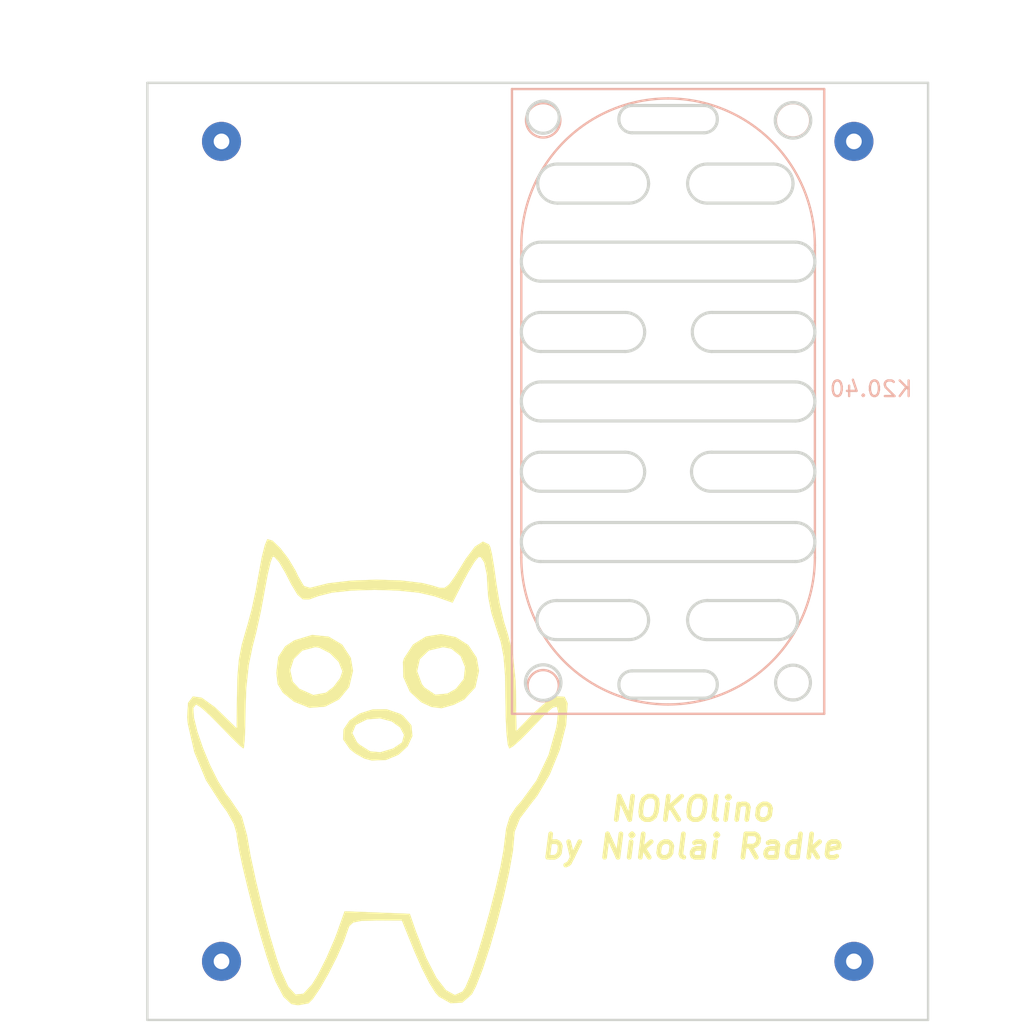
<source format=kicad_pcb>
(kicad_pcb (version 4) (host pcbnew 4.0.7-e2-6376~61~ubuntu18.04.1)

  (general
    (links 0)
    (no_connects 0)
    (area 99.924999 49.924999 150.075001 110.075001)
    (thickness 1.6)
    (drawings 90)
    (tracks 0)
    (zones 0)
    (modules 6)
    (nets 1)
  )

  (page A4)
  (layers
    (0 F.Cu signal)
    (31 B.Cu signal)
    (32 B.Adhes user)
    (33 F.Adhes user)
    (34 B.Paste user)
    (35 F.Paste user)
    (36 B.SilkS user)
    (37 F.SilkS user)
    (38 B.Mask user)
    (39 F.Mask user)
    (40 Dwgs.User user)
    (41 Cmts.User user)
    (42 Eco1.User user)
    (43 Eco2.User user)
    (44 Edge.Cuts user)
    (45 Margin user)
    (46 B.CrtYd user)
    (47 F.CrtYd user)
    (48 B.Fab user)
    (49 F.Fab user)
  )

  (setup
    (last_trace_width 0.25)
    (trace_clearance 0.2)
    (zone_clearance 0.508)
    (zone_45_only no)
    (trace_min 0.2)
    (segment_width 0.2)
    (edge_width 0.2)
    (via_size 0.6)
    (via_drill 0.4)
    (via_min_size 0.4)
    (via_min_drill 0.3)
    (uvia_size 0.3)
    (uvia_drill 0.1)
    (uvias_allowed no)
    (uvia_min_size 0.2)
    (uvia_min_drill 0.1)
    (pcb_text_width 0.3)
    (pcb_text_size 1.5 1.5)
    (mod_edge_width 0.15)
    (mod_text_size 1 1)
    (mod_text_width 0.15)
    (pad_size 1.524 1.524)
    (pad_drill 0.762)
    (pad_to_mask_clearance 0.2)
    (aux_axis_origin 0 0)
    (visible_elements FFFFFF7F)
    (pcbplotparams
      (layerselection 0x010fc_80000001)
      (usegerberextensions false)
      (excludeedgelayer true)
      (linewidth 0.100000)
      (plotframeref false)
      (viasonmask false)
      (mode 1)
      (useauxorigin false)
      (hpglpennumber 1)
      (hpglpenspeed 20)
      (hpglpendiameter 15)
      (hpglpenoverlay 2)
      (psnegative false)
      (psa4output false)
      (plotreference true)
      (plotvalue true)
      (plotinvisibletext false)
      (padsonsilk false)
      (subtractmaskfromsilk false)
      (outputformat 1)
      (mirror false)
      (drillshape 0)
      (scaleselection 1)
      (outputdirectory GERBERS/))
  )

  (net 0 "")

  (net_class Default "Dies ist die voreingestellte Netzklasse."
    (clearance 0.2)
    (trace_width 0.25)
    (via_dia 0.6)
    (via_drill 0.4)
    (uvia_dia 0.3)
    (uvia_drill 0.1)
  )

  (module NOKOlino:NOKOlino_logo (layer F.Cu) (tedit 0) (tstamp 5A6E2683)
    (at 114.75 93.75)
    (fp_text reference G*** (at 0 0) (layer F.SilkS) hide
      (effects (font (thickness 0.3)))
    )
    (fp_text value LOGO (at 0.75 0) (layer F.SilkS) hide
      (effects (font (thickness 0.3)))
    )
    (fp_poly (pts (xy -6.73186 -14.436852) (xy -6.249074 -13.976677) (xy -5.717834 -13.287127) (xy -5.248515 -12.501568)
      (xy -5.089436 -12.158334) (xy -4.723347 -11.532404) (xy -4.326186 -11.412787) (xy -4.269827 -11.431093)
      (xy -3.169203 -11.707486) (xy -1.709045 -11.87783) (xy -0.084807 -11.938967) (xy 1.508059 -11.887742)
      (xy 2.874098 -11.720996) (xy 3.525017 -11.556994) (xy 3.963446 -11.417037) (xy 4.278706 -11.413262)
      (xy 4.571805 -11.627194) (xy 4.943753 -12.140359) (xy 5.495559 -13.034281) (xy 5.630623 -13.256449)
      (xy 6.230801 -14.056675) (xy 6.744368 -14.377466) (xy 7.125876 -14.197045) (xy 7.217698 -14.01696)
      (xy 7.323643 -13.559633) (xy 7.462493 -12.722684) (xy 7.604017 -11.688626) (xy 7.806952 -10.459647)
      (xy 8.088691 -9.247201) (xy 8.334137 -8.466667) (xy 8.660553 -7.177397) (xy 8.833922 -5.454069)
      (xy 8.856183 -4.72384) (xy 8.89 -2.251013) (xy 9.969553 -3.383284) (xy 10.79018 -4.108425)
      (xy 11.483094 -4.468398) (xy 11.969394 -4.440302) (xy 12.168993 -4.021667) (xy 12.071143 -2.632951)
      (xy 11.663178 -1.042584) (xy 11.020826 0.539114) (xy 10.219817 1.90182) (xy 9.883802 2.325062)
      (xy 9.105879 3.356909) (xy 8.770774 4.2068) (xy 8.748888 4.469856) (xy 8.66204 5.435384)
      (xy 8.426038 6.766815) (xy 8.077695 8.326632) (xy 7.653823 9.977319) (xy 7.191234 11.581359)
      (xy 6.726743 13.001235) (xy 6.29716 14.099432) (xy 6.035747 14.605) (xy 5.424822 15.135911)
      (xy 4.673138 15.184876) (xy 3.924345 14.757505) (xy 3.703172 14.513928) (xy 3.310576 13.886787)
      (xy 2.825528 12.934102) (xy 2.351602 11.85964) (xy 2.342133 11.836295) (xy 1.552222 9.884733)
      (xy -0.096978 9.881255) (xy -1.044602 9.905554) (xy -1.572599 10.014056) (xy -1.824478 10.252546)
      (xy -1.897288 10.455628) (xy -2.177578 11.258118) (xy -2.622189 12.253095) (xy -3.152123 13.292669)
      (xy -3.688381 14.228951) (xy -4.151965 14.914052) (xy -4.423777 15.185363) (xy -5.099524 15.311452)
      (xy -5.526346 15.233333) (xy -6.026189 14.774223) (xy -6.548008 13.781867) (xy -6.754702 13.253411)
      (xy -7.112103 12.182639) (xy -7.512712 10.837943) (xy -7.923879 9.347438) (xy -8.312952 7.839238)
      (xy -8.647281 6.441458) (xy -8.894215 5.282213) (xy -9.021103 4.489617) (xy -9.031112 4.321278)
      (xy -9.205339 3.71584) (xy -9.652226 2.917088) (xy -10.030759 2.402835) (xy -10.999621 0.893635)
      (xy -11.74325 -0.902269) (xy -12.158134 -2.720416) (xy -12.197415 -3.132652) (xy -12.162504 -3.719623)
      (xy -11.808507 -3.719623) (xy -11.76594 -3.101367) (xy -11.545375 -2.210653) (xy -11.187733 -1.161794)
      (xy -10.733934 -0.069101) (xy -10.224899 0.953115) (xy -9.701548 1.790541) (xy -9.475787 2.072696)
      (xy -8.699099 3.223702) (xy -8.359741 4.45722) (xy -8.140494 5.736448) (xy -7.792263 7.357621)
      (xy -7.363532 9.126865) (xy -6.902789 10.850304) (xy -6.458516 12.334064) (xy -6.208216 13.06035)
      (xy -5.72565 14.120168) (xy -5.255824 14.622569) (xy -4.761331 14.572346) (xy -4.204764 13.974295)
      (xy -3.831333 13.365007) (xy -3.276517 12.265183) (xy -2.756267 11.065367) (xy -2.608304 10.673285)
      (xy -2.117755 9.292111) (xy -0.028067 9.373278) (xy 2.061621 9.454444) (xy 2.441629 10.554606)
      (xy 3.11126 12.278194) (xy 3.765513 13.551252) (xy 4.383849 14.350487) (xy 4.945728 14.65261)
      (xy 5.430611 14.434328) (xy 5.619324 14.158048) (xy 5.932121 13.417267) (xy 6.321862 12.266718)
      (xy 6.749639 10.849058) (xy 7.176541 9.306947) (xy 7.563658 7.783041) (xy 7.872079 6.419999)
      (xy 8.062894 5.36048) (xy 8.095376 5.08) (xy 8.229334 3.991149) (xy 8.456158 3.246426)
      (xy 8.861316 2.625559) (xy 9.190466 2.257778) (xy 10.164508 0.927188) (xy 10.949505 -0.727084)
      (xy 11.438388 -2.470263) (xy 11.487056 -2.778123) (xy 11.555443 -3.479406) (xy 11.481257 -3.805859)
      (xy 11.209043 -3.743862) (xy 10.683344 -3.279791) (xy 9.848704 -2.400024) (xy 9.819663 -2.368531)
      (xy 9.171671 -1.707041) (xy 8.657917 -1.257299) (xy 8.430722 -1.128889) (xy 8.331607 -1.392052)
      (xy 8.251557 -2.105483) (xy 8.199651 -3.155091) (xy 8.184444 -4.222885) (xy 8.157702 -5.817204)
      (xy 8.064379 -7.006581) (xy 7.884827 -7.948561) (xy 7.62 -8.748889) (xy 7.288424 -9.788451)
      (xy 7.083434 -10.81247) (xy 7.051701 -11.228781) (xy 6.988421 -12.278466) (xy 6.826875 -13.035539)
      (xy 6.596702 -13.393263) (xy 6.453658 -13.382409) (xy 6.191627 -13.058427) (xy 5.791665 -12.394851)
      (xy 5.499315 -11.845404) (xy 4.800474 -10.466309) (xy 3.634754 -10.877599) (xy 2.634309 -11.105055)
      (xy 1.297991 -11.242023) (xy -0.194777 -11.288277) (xy -1.664574 -11.24359) (xy -2.931978 -11.107736)
      (xy -3.80228 -10.88697) (xy -4.378429 -10.675215) (xy -4.784135 -10.67694) (xy -5.132029 -10.971556)
      (xy -5.534744 -11.638475) (xy -5.912202 -12.374571) (xy -6.301884 -13.043527) (xy -6.614825 -13.398266)
      (xy -6.722466 -13.410016) (xy -6.858909 -13.054797) (xy -7.038902 -12.297921) (xy -7.225596 -11.296421)
      (xy -7.24215 -11.195445) (xy -7.482755 -9.895326) (xy -7.777829 -8.555392) (xy -8.018261 -7.629051)
      (xy -8.253121 -6.484047) (xy -8.412011 -5.031881) (xy -8.466667 -3.607385) (xy -8.480334 -2.503685)
      (xy -8.516882 -1.652896) (xy -8.569636 -1.182505) (xy -8.596469 -1.128889) (xy -8.83945 -1.319262)
      (xy -9.353435 -1.818992) (xy -10.028411 -2.520995) (xy -10.0462 -2.54) (xy -10.745626 -3.248982)
      (xy -11.314618 -3.755618) (xy -11.630882 -3.951096) (xy -11.632155 -3.951111) (xy -11.808507 -3.719623)
      (xy -12.162504 -3.719623) (xy -12.142919 -4.048888) (xy -11.830149 -4.464353) (xy -11.262366 -4.378473)
      (xy -10.442833 -3.790673) (xy -10.128708 -3.497222) (xy -9.031112 -2.425447) (xy -9.01014 -4.387724)
      (xy -8.975515 -5.774249) (xy -8.884478 -6.824922) (xy -8.704007 -7.76785) (xy -8.401081 -8.831141)
      (xy -8.337949 -9.031111) (xy -8.082418 -9.982587) (xy -7.814356 -11.213025) (xy -7.610234 -12.346306)
      (xy -7.42337 -13.360192) (xy -7.230714 -14.135834) (xy -7.070694 -14.521584) (xy -7.055814 -14.534285)
      (xy -6.73186 -14.436852)) (layer F.SilkS) (width 0.01))
    (fp_poly (pts (xy 1.445099 -3.347075) (xy 1.630537 -3.229552) (xy 2.156819 -2.615607) (xy 2.226477 -1.932023)
      (xy 1.923385 -1.271816) (xy 1.33142 -0.728001) (xy 0.534458 -0.393593) (xy -0.383625 -0.361606)
      (xy -0.846667 -0.482441) (xy -1.400363 -0.791068) (xy -1.763889 -1.068345) (xy -2.208844 -1.706521)
      (xy -2.196805 -2.11783) (xy -1.624325 -2.11783) (xy -1.317684 -1.524441) (xy -1.144687 -1.367153)
      (xy -0.484965 -0.948369) (xy 0.163519 -0.886486) (xy 0.988974 -1.129344) (xy 1.564798 -1.519843)
      (xy 1.687463 -1.999606) (xy 1.438575 -2.477278) (xy 0.899742 -2.861503) (xy 0.152568 -3.060925)
      (xy -0.678008 -2.995466) (xy -1.402191 -2.639253) (xy -1.624325 -2.11783) (xy -2.196805 -2.11783)
      (xy -2.190186 -2.343936) (xy -1.805406 -2.918519) (xy -1.151996 -3.368196) (xy -0.327448 -3.630896)
      (xy 0.570748 -3.644546) (xy 1.445099 -3.347075)) (layer F.SilkS) (width 0.01))
    (fp_poly (pts (xy -3.133097 -8.289381) (xy -2.269864 -7.779738) (xy -1.719435 -6.930812) (xy -1.580445 -6.09808)
      (xy -1.825336 -5.06366) (xy -2.466395 -4.276456) (xy -3.363203 -3.809576) (xy -4.375338 -3.736129)
      (xy -5.362223 -4.129115) (xy -6.071048 -4.702767) (xy -6.402237 -5.246657) (xy -6.48679 -5.97414)
      (xy -6.466765 -6.142321) (xy -5.600565 -6.142321) (xy -5.440315 -5.417634) (xy -5.017204 -4.954892)
      (xy -4.120112 -4.554228) (xy -3.313274 -4.701479) (xy -2.822223 -5.08) (xy -2.403603 -5.63874)
      (xy -2.257778 -6.067778) (xy -2.493676 -6.668857) (xy -3.060214 -7.237538) (xy -3.745662 -7.585119)
      (xy -3.999445 -7.62) (xy -4.819322 -7.402736) (xy -5.373298 -6.857099) (xy -5.600565 -6.142321)
      (xy -6.466765 -6.142321) (xy -6.365594 -6.991973) (xy -5.921819 -7.671116) (xy -5.342038 -8.053771)
      (xy -4.19515 -8.40048) (xy -3.133097 -8.289381)) (layer F.SilkS) (width 0.01))
    (fp_poly (pts (xy 5.001251 -8.261013) (xy 5.806213 -7.751088) (xy 6.34254 -6.943665) (xy 6.491111 -6.100765)
      (xy 6.255692 -5.036641) (xy 5.540577 -4.261218) (xy 4.876721 -3.927475) (xy 4.091525 -3.707308)
      (xy 3.435403 -3.790167) (xy 2.7816 -4.096851) (xy 2.061579 -4.764584) (xy 1.644383 -5.700056)
      (xy 1.634857 -6.081603) (xy 2.527414 -6.081603) (xy 2.829645 -5.255257) (xy 3.007074 -5.031667)
      (xy 3.693339 -4.572699) (xy 4.474239 -4.649395) (xy 5.017203 -4.954892) (xy 5.516593 -5.585117)
      (xy 5.597507 -6.339987) (xy 5.314427 -7.042984) (xy 4.721834 -7.517592) (xy 4.19462 -7.62)
      (xy 3.273593 -7.402794) (xy 2.696627 -6.843722) (xy 2.527414 -6.081603) (xy 1.634857 -6.081603)
      (xy 1.620091 -6.672973) (xy 1.686519 -6.896524) (xy 2.270287 -7.791196) (xy 3.103714 -8.302527)
      (xy 4.057226 -8.451979) (xy 5.001251 -8.261013)) (layer F.SilkS) (width 0.01))
  )

  (module NOKOlino:K20.40_mount (layer B.Cu) (tedit 5A64F3ED) (tstamp 5A64E4ED)
    (at 133.35 70.4)
    (descr K20.40)
    (tags Lautsprecher)
    (fp_text reference K20.40 (at 13 -0.8) (layer B.SilkS)
      (effects (font (size 1 1) (thickness 0.15)) (justify mirror))
    )
    (fp_text value K20.40 (at 12.9 0.8) (layer B.Fab)
      (effects (font (size 1 1) (thickness 0.15)) (justify mirror))
    )
    (fp_arc (start 0 -10) (end 9.4 -10) (angle -90) (layer B.SilkS) (width 0.15))
    (fp_arc (start 0 -10) (end 0 -19.4) (angle -90) (layer B.SilkS) (width 0.15))
    (fp_arc (start 0 10) (end 0 19.4) (angle -90) (layer B.SilkS) (width 0.15))
    (fp_arc (start 0 10) (end -9.4 10) (angle -90) (layer B.SilkS) (width 0.15))
    (fp_line (start 9.4 10) (end 9.4 -10) (layer B.SilkS) (width 0.15))
    (fp_line (start -9.4 10) (end -9.4 -10) (layer B.SilkS) (width 0.15))
    (fp_circle (center 8 -18) (end 9.1 -18) (layer B.SilkS) (width 0.15))
    (fp_circle (center -8 -18) (end -6.9 -18) (layer B.SilkS) (width 0.15))
    (fp_circle (center 8 18) (end 9.1 18) (layer B.SilkS) (width 0.15))
    (fp_circle (center -8 18.2) (end -7 18.2) (layer B.SilkS) (width 0.15))
    (fp_line (start 10 20) (end -10 20) (layer B.SilkS) (width 0.15))
    (fp_line (start -10 -20) (end 10 -20) (layer B.SilkS) (width 0.15))
    (fp_line (start -10 -20) (end -10 20) (layer B.SilkS) (width 0.15))
    (fp_line (start 10 -20) (end 10 20) (layer B.SilkS) (width 0.15))
  )

  (module Wire_Pads:SolderWirePad_single_1mmDrill (layer F.Cu) (tedit 5A89475E) (tstamp 5A6E3293)
    (at 104.75 53.75)
    (fp_text reference "" (at 0 -3.81) (layer F.SilkS)
      (effects (font (size 1 1) (thickness 0.15)))
    )
    (fp_text value SolderWirePad_single_1mmDrill (at -1.905 3.175) (layer F.Fab)
      (effects (font (size 1 1) (thickness 0.15)))
    )
    (pad 1 thru_hole circle (at 0 0) (size 2.49936 2.49936) (drill 1.00076) (layers *.Cu *.Mask))
  )

  (module Wire_Pads:SolderWirePad_single_1mmDrill (layer F.Cu) (tedit 5A894754) (tstamp 5A6E32A1)
    (at 104.75 106.25)
    (fp_text reference "" (at 0 -3.81) (layer F.SilkS)
      (effects (font (size 1 1) (thickness 0.15)))
    )
    (fp_text value SolderWirePad_single_1mmDrill (at -1.905 3.175) (layer F.Fab)
      (effects (font (size 1 1) (thickness 0.15)))
    )
    (pad 1 thru_hole circle (at 0 0) (size 2.49936 2.49936) (drill 1.00076) (layers *.Cu *.Mask))
  )

  (module Wire_Pads:SolderWirePad_single_1mmDrill (layer F.Cu) (tedit 5A89474B) (tstamp 5A6E32AF)
    (at 145.25 106.25)
    (fp_text reference "" (at 0 -3.81) (layer F.SilkS)
      (effects (font (size 1 1) (thickness 0.15)))
    )
    (fp_text value SolderWirePad_single_1mmDrill (at -1.905 3.175) (layer F.Fab)
      (effects (font (size 1 1) (thickness 0.15)))
    )
    (pad 1 thru_hole circle (at 0 0) (size 2.49936 2.49936) (drill 1.00076) (layers *.Cu *.Mask))
  )

  (module Wire_Pads:SolderWirePad_single_1mmDrill (layer F.Cu) (tedit 5A894764) (tstamp 5A6E32B8)
    (at 145.25 53.75)
    (fp_text reference "" (at 0 -3.81) (layer F.SilkS)
      (effects (font (size 1 1) (thickness 0.15)))
    )
    (fp_text value SolderWirePad_single_1mmDrill (at -1.905 3.175) (layer F.Fab)
      (effects (font (size 1 1) (thickness 0.15)))
    )
    (pad 1 thru_hole circle (at 0 0) (size 2.49936 2.49936) (drill 1.00076) (layers *.Cu *.Mask))
  )

  (gr_text "NOKOlino\nby Nikolai Radke" (at 134.9 97.7) (layer F.SilkS)
    (effects (font (size 1.5 1.5) (thickness 0.3) italic))
  )
  (gr_arc (start 135.65 52.35) (end 136.5 52.35) (angle 90) (layer Edge.Cuts) (width 0.2) (tstamp 5A6CE3B0))
  (gr_arc (start 135.65 52.3) (end 135.65 51.45) (angle 90) (layer Edge.Cuts) (width 0.2) (tstamp 5A6CE3A3))
  (gr_arc (start 131.05 52.35) (end 131.05 53.2) (angle 90) (layer Edge.Cuts) (width 0.2) (tstamp 5A6CE397))
  (gr_arc (start 131.05 52.3) (end 130.2 52.3) (angle 90) (layer Edge.Cuts) (width 0.2) (tstamp 5A6CE382))
  (gr_line (start 135.65 51.45) (end 131.05 51.45) (angle 90) (layer Edge.Cuts) (width 0.2) (tstamp 5A6CE34C))
  (gr_line (start 135.65 87.65) (end 131.05 87.65) (angle 90) (layer Edge.Cuts) (width 0.2) (tstamp 5A6CE33B))
  (gr_arc (start 135.65 88.55) (end 136.5 88.55) (angle 90) (layer Edge.Cuts) (width 0.2))
  (gr_arc (start 131.05 88.5) (end 130.2 88.5) (angle 90) (layer Edge.Cuts) (width 0.2))
  (gr_arc (start 135.65 88.5) (end 135.65 87.65) (angle 90) (layer Edge.Cuts) (width 0.2))
  (gr_arc (start 131.05 88.55) (end 131.05 89.4) (angle 90) (layer Edge.Cuts) (width 0.2))
  (gr_line (start 135.65 89.4) (end 131.05 89.4) (angle 90) (layer Edge.Cuts) (width 0.2) (tstamp 5A6CD8EA))
  (gr_line (start 135.65 53.2) (end 131.05 53.2) (angle 90) (layer Edge.Cuts) (width 0.2))
  (gr_arc (start 140.4 84.4) (end 140.4 83.15) (angle 90) (layer Edge.Cuts) (width 0.2) (tstamp 5A6CD7E4))
  (gr_arc (start 140.4 84.4) (end 141.65 84.4) (angle 90) (layer Edge.Cuts) (width 0.2) (tstamp 5A6CD7DE))
  (gr_line (start 140.45 85.65) (end 135.8 85.65) (angle 90) (layer Edge.Cuts) (width 0.2) (tstamp 5A6CD7D9))
  (gr_line (start 135.85 83.15) (end 140.45 83.15) (angle 90) (layer Edge.Cuts) (width 0.2) (tstamp 5A6CD7D1))
  (gr_arc (start 135.85 84.4) (end 135.85 85.65) (angle 90) (layer Edge.Cuts) (width 0.2) (tstamp 5A6CD7C7))
  (gr_arc (start 135.85 84.4) (end 134.6 84.35) (angle 90) (layer Edge.Cuts) (width 0.2) (tstamp 5A6CD7B9))
  (gr_line (start 130.85 85.65) (end 126.2 85.65) (angle 90) (layer Edge.Cuts) (width 0.2))
  (gr_line (start 126.25 83.15) (end 130.85 83.15) (angle 90) (layer Edge.Cuts) (width 0.2))
  (gr_arc (start 130.85 84.4) (end 132.1 84.4) (angle 90) (layer Edge.Cuts) (width 0.2) (tstamp 5A6CD6C3))
  (gr_line (start 126.3 57.7) (end 126.25 57.7) (angle 90) (layer Edge.Cuts) (width 0.2))
  (gr_line (start 135.85 57.7) (end 140.1 57.7) (angle 90) (layer Edge.Cuts) (width 0.2))
  (gr_line (start 140.1 55.2) (end 135.9 55.2) (angle 90) (layer Edge.Cuts) (width 0.2))
  (gr_line (start 130.85 57.7) (end 126.25 57.7) (angle 90) (layer Edge.Cuts) (width 0.2))
  (gr_line (start 126.3 55.2) (end 130.85 55.2) (angle 90) (layer Edge.Cuts) (width 0.2))
  (gr_arc (start 130.85 84.4) (end 130.85 83.15) (angle 90) (layer Edge.Cuts) (width 0.2) (tstamp 5A6CD58F))
  (gr_arc (start 126.2 84.4) (end 126.2 85.65) (angle 90) (layer Edge.Cuts) (width 0.2) (tstamp 5A6CD544))
  (gr_arc (start 126.2 84.4) (end 124.95 84.35) (angle 90) (layer Edge.Cuts) (width 0.2) (tstamp 5A6CD4F9))
  (gr_arc (start 135.85 56.45) (end 135.85 57.7) (angle 90) (layer Edge.Cuts) (width 0.2) (tstamp 5A6CD46B))
  (gr_arc (start 135.85 56.45) (end 134.6 56.4) (angle 90) (layer Edge.Cuts) (width 0.2) (tstamp 5A6CD45F))
  (gr_arc (start 130.85 56.45) (end 132.1 56.45) (angle 90) (layer Edge.Cuts) (width 0.2) (tstamp 5A6CD44B))
  (gr_arc (start 130.85 56.45) (end 130.85 55.2) (angle 90) (layer Edge.Cuts) (width 0.2) (tstamp 5A6CD440))
  (gr_arc (start 140.1 56.45) (end 141.35 56.45) (angle 90) (layer Edge.Cuts) (width 0.2) (tstamp 5A6CD421))
  (gr_arc (start 140.1 56.45) (end 140.1 55.2) (angle 90) (layer Edge.Cuts) (width 0.2) (tstamp 5A6CD416))
  (gr_arc (start 126.25 56.45) (end 126.25 57.7) (angle 90) (layer Edge.Cuts) (width 0.2) (tstamp 5A6CD3CF))
  (gr_arc (start 126.25 56.45) (end 125 56.4) (angle 90) (layer Edge.Cuts) (width 0.2) (tstamp 5A6CD3B5))
  (gr_arc (start 130.6 65.95) (end 131.85 65.95) (angle 90) (layer Edge.Cuts) (width 0.2) (tstamp 5A6CD32E))
  (gr_arc (start 130.6 65.95) (end 130.6 64.7) (angle 90) (layer Edge.Cuts) (width 0.2) (tstamp 5A6CD322))
  (gr_line (start 130.6 67.2) (end 125.2 67.2) (angle 90) (layer Edge.Cuts) (width 0.2) (tstamp 5A6CD315))
  (gr_line (start 125.25 64.7) (end 130.6 64.7) (angle 90) (layer Edge.Cuts) (width 0.2) (tstamp 5A6CD308))
  (gr_arc (start 125.2 65.95) (end 125.2 67.2) (angle 90) (layer Edge.Cuts) (width 0.2) (tstamp 5A6CD2E3))
  (gr_arc (start 125.2 65.95) (end 123.95 65.9) (angle 90) (layer Edge.Cuts) (width 0.2) (tstamp 5A6CD2D1))
  (gr_arc (start 136.15 65.95) (end 136.15 67.2) (angle 90) (layer Edge.Cuts) (width 0.2) (tstamp 5A6CD2BD))
  (gr_arc (start 136.15 65.95) (end 134.9 65.9) (angle 90) (layer Edge.Cuts) (width 0.2) (tstamp 5A6CD2B0))
  (gr_arc (start 141.5 65.95) (end 142.75 65.95) (angle 90) (layer Edge.Cuts) (width 0.2) (tstamp 5A6CD29F))
  (gr_line (start 136.15 67.2) (end 141.5 67.2) (angle 90) (layer Edge.Cuts) (width 0.2) (tstamp 5A6CD296))
  (gr_line (start 136.2 64.7) (end 141.55 64.7) (angle 90) (layer Edge.Cuts) (width 0.2) (tstamp 5A6CD28B))
  (gr_line (start 141.5 78.15) (end 125.2 78.15) (angle 90) (layer Edge.Cuts) (width 0.2) (tstamp 5A6CD247))
  (gr_arc (start 141.5 79.4) (end 141.5 78.15) (angle 90) (layer Edge.Cuts) (width 0.2) (tstamp 5A6CD229))
  (gr_arc (start 136.1 74.9) (end 136.1 76.15) (angle 90) (layer Edge.Cuts) (width 0.2) (tstamp 5A6CD1CC))
  (gr_arc (start 136.1 74.9) (end 134.85 74.85) (angle 90) (layer Edge.Cuts) (width 0.2) (tstamp 5A6CD1BD))
  (gr_line (start 136.15 76.15) (end 141.5 76.15) (angle 90) (layer Edge.Cuts) (width 0.2) (tstamp 5A6CD1AF))
  (gr_line (start 136.15 73.65) (end 141.5 73.65) (angle 90) (layer Edge.Cuts) (width 0.2) (tstamp 5A6CD1A5))
  (gr_arc (start 141.5 74.9) (end 142.75 74.9) (angle 90) (layer Edge.Cuts) (width 0.2) (tstamp 5A6CD192))
  (gr_arc (start 141.5 74.9) (end 141.5 73.65) (angle 90) (layer Edge.Cuts) (width 0.2) (tstamp 5A6CD183))
  (gr_line (start 130.6 76.15) (end 125.2 76.15) (angle 90) (layer Edge.Cuts) (width 0.2))
  (gr_line (start 125.25 73.65) (end 130.6 73.65) (angle 90) (layer Edge.Cuts) (width 0.2))
  (gr_arc (start 130.6 74.9) (end 131.85 74.9) (angle 90) (layer Edge.Cuts) (width 0.2) (tstamp 5A6CD14C))
  (gr_arc (start 130.6 74.9) (end 130.6 73.65) (angle 90) (layer Edge.Cuts) (width 0.2) (tstamp 5A6CD144))
  (gr_arc (start 125.2 74.9) (end 125.2 76.15) (angle 90) (layer Edge.Cuts) (width 0.2) (tstamp 5A6CD117))
  (gr_arc (start 125.2 74.9) (end 123.95 74.85) (angle 90) (layer Edge.Cuts) (width 0.2) (tstamp 5A6CD0F7))
  (gr_line (start 125.2 62.7) (end 141.5 62.7) (angle 90) (layer Edge.Cuts) (width 0.2))
  (gr_line (start 141.5 60.2) (end 125.25 60.2) (angle 90) (layer Edge.Cuts) (width 0.2))
  (gr_arc (start 141.5 61.45) (end 142.75 61.45) (angle 90) (layer Edge.Cuts) (width 0.2) (tstamp 5A6CD0B0))
  (gr_arc (start 141.5 61.45) (end 141.5 60.2) (angle 90) (layer Edge.Cuts) (width 0.2) (tstamp 5A6CD0A7))
  (gr_arc (start 125.2 61.45) (end 125.2 62.7) (angle 90) (layer Edge.Cuts) (width 0.2) (tstamp 5A6CD08B))
  (gr_arc (start 125.2 61.45) (end 123.95 61.4) (angle 90) (layer Edge.Cuts) (width 0.2) (tstamp 5A6CD080))
  (gr_line (start 141.5 80.65) (end 125.2 80.65) (angle 90) (layer Edge.Cuts) (width 0.2))
  (gr_arc (start 141.5 65.95) (end 141.5 64.7) (angle 90) (layer Edge.Cuts) (width 0.2) (tstamp 5A6CCF85))
  (gr_arc (start 141.5 79.4) (end 142.75 79.4) (angle 90) (layer Edge.Cuts) (width 0.2) (tstamp 5A6CCF79))
  (gr_arc (start 125.2 79.4) (end 123.95 79.35) (angle 90) (layer Edge.Cuts) (width 0.2) (tstamp 5A6CCF6D))
  (gr_arc (start 125.2 79.4) (end 125.2 80.65) (angle 90) (layer Edge.Cuts) (width 0.2) (tstamp 5A6CCF54))
  (gr_line (start 125.2 71.65) (end 141.5 71.65) (angle 90) (layer Edge.Cuts) (width 0.2))
  (gr_line (start 141.5 69.15) (end 125.25 69.15) (angle 90) (layer Edge.Cuts) (width 0.2))
  (gr_arc (start 141.5 70.4) (end 141.5 69.15) (angle 90) (layer Edge.Cuts) (width 0.2))
  (gr_arc (start 141.5 70.4) (end 142.75 70.4) (angle 90) (layer Edge.Cuts) (width 0.2))
  (gr_arc (start 125.2 70.4) (end 123.95 70.35) (angle 90) (layer Edge.Cuts) (width 0.2))
  (gr_arc (start 125.2 70.4) (end 125.2 71.65) (angle 90) (layer Edge.Cuts) (width 0.2))
  (dimension 60 (width 0.3) (layer Cmts.User)
    (gr_text "60,000 mm" (at 96.850001 80 270) (layer Cmts.User)
      (effects (font (size 1.5 1.5) (thickness 0.3)))
    )
    (feature1 (pts (xy 100 110) (xy 95.500001 110)))
    (feature2 (pts (xy 100 50) (xy 95.500001 50)))
    (crossbar (pts (xy 98.200001 50) (xy 98.200001 110)))
    (arrow1a (pts (xy 98.200001 110) (xy 97.61358 108.873496)))
    (arrow1b (pts (xy 98.200001 110) (xy 98.786422 108.873496)))
    (arrow2a (pts (xy 98.200001 50) (xy 97.61358 51.126504)))
    (arrow2b (pts (xy 98.200001 50) (xy 98.786422 51.126504)))
  )
  (dimension 50 (width 0.3) (layer Cmts.User)
    (gr_text "50,000 mm" (at 125 46.550001) (layer Cmts.User)
      (effects (font (size 1.5 1.5) (thickness 0.3)))
    )
    (feature1 (pts (xy 100 50) (xy 100 45.200001)))
    (feature2 (pts (xy 150 50) (xy 150 45.200001)))
    (crossbar (pts (xy 150 47.900001) (xy 100 47.900001)))
    (arrow1a (pts (xy 100 47.900001) (xy 101.126504 47.31358)))
    (arrow1b (pts (xy 100 47.900001) (xy 101.126504 48.486422)))
    (arrow2a (pts (xy 150 47.900001) (xy 148.873496 47.31358)))
    (arrow2b (pts (xy 150 47.900001) (xy 148.873496 48.486422)))
  )
  (gr_line (start 150 110) (end 100 110) (angle 90) (layer Edge.Cuts) (width 0.15))
  (gr_circle (center 125.35 88.4) (end 126.25 89.1) (layer Edge.Cuts) (width 0.2))
  (gr_circle (center 141.35 88.4) (end 142.35 88.9) (layer Edge.Cuts) (width 0.2))
  (gr_circle (center 125.35 52.2) (end 126.25 52.7) (layer Edge.Cuts) (width 0.2))
  (gr_circle (center 141.35 52.4) (end 142.25 53.1) (layer Edge.Cuts) (width 0.2))
  (gr_line (start 150 50) (end 100 50) (angle 90) (layer Edge.Cuts) (width 0.15))
  (gr_line (start 150 110) (end 150 50) (angle 90) (layer Edge.Cuts) (width 0.15))
  (gr_line (start 100 50) (end 100 110) (angle 90) (layer Edge.Cuts) (width 0.15))

  (zone (net 0) (net_name "") (layer F.Cu) (tstamp 5B8FD57B) (hatch edge 0.508)
    (connect_pads (clearance 0.508))
    (min_thickness 0.254)
    (fill (arc_segments 16) (thermal_gap 0.508) (thermal_bridge_width 0.508))
    (polygon
      (pts
        (xy 150 110) (xy 100 110) (xy 100 50) (xy 150 50)
      )
    )
  )
  (zone (net 0) (net_name "") (layer B.Cu) (tstamp 5B8FD59A) (hatch edge 0.508)
    (connect_pads (clearance 0.508))
    (min_thickness 0.254)
    (fill (arc_segments 16) (thermal_gap 0.508) (thermal_bridge_width 0.508))
    (polygon
      (pts
        (xy 150 110) (xy 100 110) (xy 100 50) (xy 150 50)
      )
    )
  )
)

</source>
